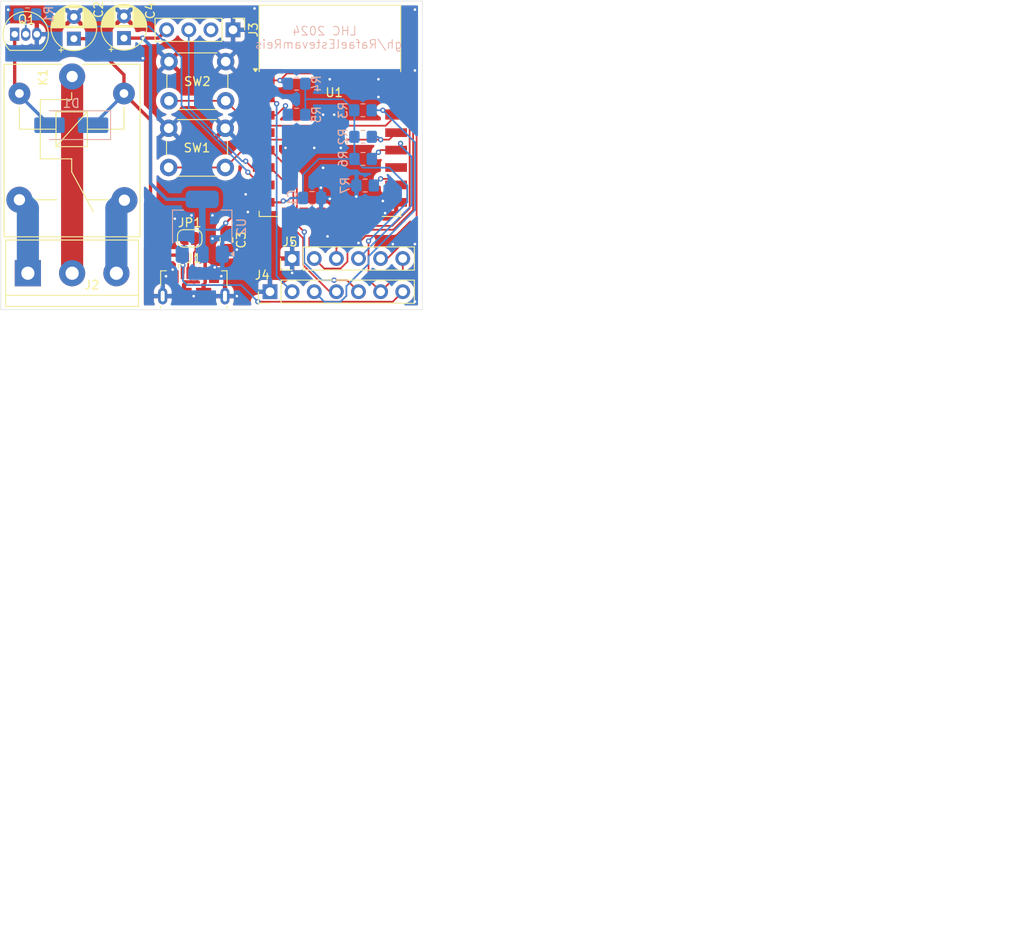
<source format=kicad_pcb>
(kicad_pcb (version 20240108) (generator "pcbnew") (generator_version "8.0")
  (layers (0 "F.Cu" signal) (31 "B.Cu" signal) (34 "B.Paste" user) (35 "F.Paste" user) (36 "B.SilkS" user "B.Silkscreen") (37 "F.SilkS" user "F.Silkscreen") (38 "B.Mask" user) (39 "F.Mask" user) (44 "Edge.Cuts" user))
  (net 0 "")
  (net 1 "GND")
  (net 2 "+3V3")
  (net 3 "+5V")
  (net 5 "/D+")
  (net 6 "/D-")
  (net 7 "/IO_00")
  (net 8 "/RX")
  (net 9 "/TX")
  (net 11 "/IO_12")
  (net 12 "/NO")
  (net 13 "/NC")
  (net 14 "/COM")
  (net 15 "/IO_14")
  (net 16 "/IO_05")
  (net 17 "/ADC")
  (net 18 "/RL_COIL")
  (net 19 "Net-(Q1-B)")
  (net 20 "/RESET")
  (net 21 "/CH_PD")
  (net 22 "/IO_15")
  (net 23 "/IO_04")
  (net 24 "/IO_13")
  (footprint "Connector_PinHeader_2.54mm:PinHeader_1x04_P2.54mm_Vertical" (layer "F.Cu") (at 126.818 88.556 -90)
    (property "Reference" "J3" (at 0 -2.33 90) (layer "F.SilkS"))
    (property "Value" "DHT")
    (pad "1" thru_hole rect (at 0 0 270) (size 1.7 1.7) (drill 1) (layers "*.Cu" "*.Mask") (net 1 "GND"))
    (pad "2" thru_hole oval (at 0 2.54 270) (size 1.7 1.7) (drill 1) (layers "*.Cu" "*.Mask"))
    (pad "3" thru_hole oval (at 0 5.08 270) (size 1.7 1.7) (drill 1) (layers "*.Cu" "*.Mask") (net 11 "/IO_12"))
    (pad "4" thru_hole oval (at 0 7.62 270) (size 1.7 1.7) (drill 1) (layers "*.Cu" "*.Mask") (net 2 "+3V3"))
  )
  (footprint "TerminalBlock:TerminalBlock_bornier-3_P5.08mm" (layer "F.Cu") (at 103.268 116.496)
    (property "Reference" "J2" (at 7.349 1.36 0) (layer "F.SilkS"))
    (property "Value" "Cnn_RL")
    (pad "1" thru_hole rect (at 0 0) (size 3 3) (drill 1.52) (layers "*.Cu" "*.Mask") (net 12 "/NO"))
    (pad "2" thru_hole circle (at 5.08 0) (size 3 3) (drill 1.52) (layers "*.Cu" "*.Mask") (net 14 "/COM"))
    (pad "3" thru_hole circle (at 10.16 0) (size 3 3) (drill 1.52) (layers "*.Cu" "*.Mask") (net 13 "/NC"))
  )
  (footprint "Button_Switch_THT:SW_PUSH_6mm" (layer "F.Cu") (at 125.932 104.358 180)
    (property "Reference" "SW1" (at 3.25 2.25 180) (layer "F.SilkS"))
    (property "Value" "BTN1")
    (pad "1" thru_hole circle (at 0 0 270) (size 2 2) (drill 1.1) (layers "*.Cu" "*.Mask") (net 23 "/IO_04"))
    (pad "1" thru_hole circle (at 6.5 0 270) (size 2 2) (drill 1.1) (layers "*.Cu" "*.Mask") (net 23 "/IO_04"))
    (pad "2" thru_hole circle (at 0 4.5 270) (size 2 2) (drill 1.1) (layers "*.Cu" "*.Mask") (net 1 "GND"))
    (pad "2" thru_hole circle (at 6.5 4.5 270) (size 2 2) (drill 1.1) (layers "*.Cu" "*.Mask") (net 1 "GND"))
  )
  (footprint "Relay_THT:Relay_SPDT_SANYOU_SRD_Series_Form_C" (layer "F.Cu") (at 108.348 93.914 -90)
    (property "Reference" "K1" (at 0.086 3.348 90) (layer "F.SilkS"))
    (property "Value" "RL1")
    (pad "1" thru_hole circle (at 0 0) (size 3 3) (drill 1.3) (layers "*.Cu" "*.Mask") (net 14 "/COM") (clearance 0.762))
    (pad "2" thru_hole circle (at 1.95 6.05) (size 2.5 2.5) (drill 1) (layers "*.Cu" "*.Mask") (net 18 "/RL_COIL"))
    (pad "3" thru_hole circle (at 14.15 6.05) (size 3 3) (drill 1.3) (layers "*.Cu" "*.Mask") (net 12 "/NO"))
    (pad "4" thru_hole circle (at 14.2 -6) (size 3 3) (drill 1.3) (layers "*.Cu" "*.Mask") (net 13 "/NC") (clearance 0.762))
    (pad "5" thru_hole circle (at 1.95 -5.95) (size 2.5 2.5) (drill 1) (layers "*.Cu" "*.Mask") (net 3 "+5V"))
  )
  (footprint "Capacitor_THT:CP_Radial_D5.0mm_P2.50mm" (layer "F.Cu") (at 114.3 89.507113 90)
    (property "Reference" "C4" (at 3.147113 3.020885 -90) (layer "F.SilkS"))
    (property "Value" "100uF")
    (pad "1" thru_hole rect (at 0 0 90) (size 1.6 1.6) (drill 0.8) (layers "*.Cu" "*.Mask") (net 2 "+3V3"))
    (pad "2" thru_hole circle (at 2.5 0 90) (size 1.6 1.6) (drill 0.8) (layers "*.Cu" "*.Mask") (net 1 "GND"))
  )
  (footprint "Connector_USB:USB_Micro-B_GCT_USB3076-30-A" (layer "F.Cu") (at 122.319 117.926)
    (property "Reference" "J1" (at 0 -3.118 0) (layer "F.SilkS"))
    (property "Value" "USB_B_Micro")
    (pad "1" smd rect (at -1.3 -1.45) (size 0.4 1.4) (layers "F.Cu" "F.Paste" "F.Mask") (net 3 "+5V"))
    (pad "2" smd rect (at -0.65 -1.45) (size 0.4 1.4) (layers "F.Cu" "F.Paste" "F.Mask") (net 6 "/D-"))
    (pad "3" smd rect (at 0 -1.45) (size 0.4 1.4) (layers "F.Cu" "F.Paste" "F.Mask") (net 5 "/D+"))
    (pad "4" smd rect (at 0.65 -1.45) (size 0.4 1.4) (layers "F.Cu" "F.Paste" "F.Mask"))
    (pad "5" smd rect (at 1.3 -1.45) (size 0.4 1.4) (layers "F.Cu" "F.Paste" "F.Mask") (net 1 "GND"))
    (pad "6" thru_hole oval (at -3.575 1.2 180) (size 1.05 1.9) (drill oval 0.45 1.25) (layers "*.Cu" "*.Mask") (net 1 "GND"))
    (pad "6" smd rect (at -2.32 -1.03) (size 1.15 1.45) (layers "F.Cu" "F.Paste" "F.Mask") (net 1 "GND"))
    (pad "6" smd rect (at -1.125 1.2) (size 1.75 1.9) (layers "F.Cu" "F.Paste" "F.Mask") (net 1 "GND"))
    (pad "6" smd rect (at 1.125 1.2) (size 1.75 1.9) (layers "F.Cu" "F.Paste" "F.Mask") (net 1 "GND"))
    (pad "6" smd rect (at 2.32 -1.03) (size 1.15 1.45) (layers "F.Cu" "F.Paste" "F.Mask") (net 1 "GND"))
    (pad "6" thru_hole oval (at 3.575 1.2) (size 1.05 1.9) (drill oval 0.45 1.25) (layers "*.Cu" "*.Mask") (net 1 "GND"))
  )
  (footprint "RF_Module:ESP-12E" (layer "F.Cu") (at 137.942 97.862)
    (property "Reference" "U1" (at 0.488 -2.104 0) (layer "F.SilkS"))
    (property "Value" "ESP-12E")
    (pad "1" smd rect (at -7.6 -3.5) (size 2.5 1) (layers "F.Cu" "F.Paste" "F.Mask") (net 20 "/RESET"))
    (pad "2" smd rect (at -7.6 -1.5) (size 2.5 1) (layers "F.Cu" "F.Paste" "F.Mask") (net 17 "/ADC"))
    (pad "3" smd rect (at -7.6 0.5) (size 2.5 1) (layers "F.Cu" "F.Paste" "F.Mask") (net 21 "/CH_PD"))
    (pad "4" smd rect (at -7.6 2.5) (size 2.5 1) (layers "F.Cu" "F.Paste" "F.Mask"))
    (pad "5" smd rect (at -7.6 4.5) (size 2.5 1) (layers "F.Cu" "F.Paste" "F.Mask") (net 15 "/IO_14"))
    (pad "6" smd rect (at -7.6 6.5) (size 2.5 1) (layers "F.Cu" "F.Paste" "F.Mask") (net 11 "/IO_12"))
    (pad "7" smd rect (at -7.6 8.5) (size 2.5 1) (layers "F.Cu" "F.Paste" "F.Mask") (net 24 "/IO_13"))
    (pad "8" smd rect (at -7.6 10.5) (size 2.5 1) (layers "F.Cu" "F.Paste" "F.Mask") (net 2 "+3V3"))
    (pad "9" smd rect (at -5 12) (size 1 1.8) (layers "F.Cu" "F.Paste" "F.Mask"))
    (pad "10" smd rect (at -3 12) (size 1 1.8) (layers "F.Cu" "F.Paste" "F.Mask"))
    (pad "11" smd rect (at -1 12) (size 1 1.8) (layers "F.Cu" "F.Paste" "F.Mask"))
    (pad "12" smd rect (at 1 12) (size 1 1.8) (layers "F.Cu" "F.Paste" "F.Mask"))
    (pad "13" smd rect (at 3 12) (size 1 1.8) (layers "F.Cu" "F.Paste" "F.Mask"))
    (pad "14" smd rect (at 5 12) (size 1 1.8) (layers "F.Cu" "F.Paste" "F.Mask"))
    (pad "15" smd rect (at 7.6 10.5) (size 2.5 1) (layers "F.Cu" "F.Paste" "F.Mask") (net 1 "GND"))
    (pad "16" smd rect (at 7.6 8.5) (size 2.5 1) (layers "F.Cu" "F.Paste" "F.Mask") (net 22 "/IO_15"))
    (pad "17" smd rect (at 7.6 6.5) (size 2.5 1) (layers "F.Cu" "F.Paste" "F.Mask"))
    (pad "18" smd rect (at 7.6 4.5) (size 2.5 1) (layers "F.Cu" "F.Paste" "F.Mask") (net 7 "/IO_00"))
    (pad "19" smd rect (at 7.6 2.5) (size 2.5 1) (layers "F.Cu" "F.Paste" "F.Mask") (net 23 "/IO_04"))
    (pad "20" smd rect (at 7.6 0.5) (size 2.5 1) (layers "F.Cu" "F.Paste" "F.Mask") (net 16 "/IO_05"))
    (pad "21" smd rect (at 7.6 -1.5) (size 2.5 1) (layers "F.Cu" "F.Paste" "F.Mask") (net 8 "/RX"))
    (pad "22" smd rect (at 7.6 -3.5) (size 2.5 1) (layers "F.Cu" "F.Paste" "F.Mask") (net 9 "/TX"))
    (zone (net 0) (net_name "") (layers "*.Cu") (connect_pads (clearance 0)) (min_thickness 0.254)
      (keepout (tracks not_allowed) (vias not_allowed) (pads not_allowed) (copperpour not_allowed) (footprints not_allowed))
      (fill (thermal_gap 0.508) (thermal_bridge_width 0.508))
      (polygon (pts (xy 129.822 93.062) (xy 146.062 93.062) (xy 146.062 85.742) (xy 129.822 85.742)))
    )
  )
  (footprint "Jumper:SolderJumper-2_P1.3mm_Open_RoundedPad1.0x1.5mm" (layer "F.Cu") (at 121.85 112.5)
    (property "Reference" "JP1" (at 0 -1.8 0) (layer "F.SilkS"))
    (property "Value" "Jumper")
    (pad "1" smd custom (at -0.65 0) (size 1 0.5) (layers "F.Cu" "F.Mask") (net 6 "/D-") (options (clearance outline) (anchor rect)) (primitives (gr_circle (center 0 0.25) (end 0.5 0.25) (width 0) (fill yes)) (gr_circle (center 0 -0.25) (end 0.5 -0.25) (width 0) (fill yes)) (gr_poly (pts (xy 0.5 0.75) (xy 0 0.75) (xy 0 -0.75) (xy 0.5 -0.75)) (width 0) (fill yes))))
    (pad "2" smd custom (at 0.65 0) (size 1 0.5) (layers "F.Cu" "F.Mask") (net 5 "/D+") (options (clearance outline) (anchor rect)) (primitives (gr_circle (center 0 0.25) (end 0.5 0.25) (width 0) (fill yes)) (gr_circle (center 0 -0.25) (end 0.5 -0.25) (width 0) (fill yes)) (gr_poly (pts (xy 0 0.75) (xy -0.5 0.75) (xy -0.5 -0.75) (xy 0 -0.75)) (width 0) (fill yes))))
  )
  (footprint "Package_TO_SOT_THT:TO-92_Inline" (layer "F.Cu") (at 101.754113 89.064)
    (property "Reference" "Q1" (at 1.369887 -1.688 0) (layer "F.SilkS"))
    (property "Value" "BC547")
    (pad "1" thru_hole rect (at 0 0) (size 1.05 1.5) (drill 0.75) (layers "*.Cu" "*.Mask") (net 18 "/RL_COIL"))
    (pad "2" thru_hole oval (at 1.27 0) (size 1.05 1.5) (drill 0.75) (layers "*.Cu" "*.Mask") (net 19 "Net-(Q1-B)"))
    (pad "3" thru_hole oval (at 2.54 0) (size 1.05 1.5) (drill 0.75) (layers "*.Cu" "*.Mask") (net 1 "GND"))
  )
  (footprint "Connector_PinHeader_2.54mm:PinHeader_1x07_P2.54mm_Vertical" (layer "F.Cu") (at 131.064 118.618 90)
    (property "Reference" "J4" (at 1.905 -0.889 180) (layer "F.SilkS"))
    (property "Value" "IO")
    (pad "1" thru_hole rect (at 0 0 90) (size 1.7 1.7) (drill 1) (layers "*.Cu" "*.Mask") (net 1 "GND"))
    (pad "2" thru_hole oval (at 0 2.54 90) (size 1.7 1.7) (drill 1) (layers "*.Cu" "*.Mask") (net 17 "/ADC"))
    (pad "3" thru_hole oval (at 0 5.08 90) (size 1.7 1.7) (drill 1) (layers "*.Cu" "*.Mask") (net 16 "/IO_05"))
    (pad "4" thru_hole oval (at 0 7.62 90) (size 1.7 1.7) (drill 1) (layers "*.Cu" "*.Mask") (net 11 "/IO_12"))
    (pad "5" thru_hole oval (at 0 10.16 90) (size 1.7 1.7) (drill 1) (layers "*.Cu" "*.Mask") (net 15 "/IO_14"))
    (pad "6" thru_hole oval (at 0 12.7 90) (size 1.7 1.7) (drill 1) (layers "*.Cu" "*.Mask") (net 2 "+3V3"))
    (pad "7" thru_hole oval (at 0 15.24 90) (size 1.7 1.7) (drill 1) (layers "*.Cu" "*.Mask") (net 3 "+5V"))
  )
  (footprint "Capacitor_THT:CP_Radial_D5.0mm_P2.50mm" (layer "F.Cu") (at 108.55 89.572 90)
    (property "Reference" "C2" (at 3.339 2.829 -90) (layer "F.SilkS"))
    (property "Value" "100uF")
    (pad "1" thru_hole rect (at 0 0 90) (size 1.6 1.6) (drill 0.8) (layers "*.Cu" "*.Mask") (net 3 "+5V"))
    (pad "2" thru_hole circle (at 2.5 0 90) (size 1.6 1.6) (drill 0.8) (layers "*.Cu" "*.Mask") (net 1 "GND"))
  )
  (footprint "Button_Switch_THT:SW_PUSH_6mm" (layer "F.Cu") (at 119.472 92.202)
    (property "Reference" "SW2" (at 3.25 2.286 0) (layer "F.SilkS"))
    (property "Value" "BTN2")
    (pad "1" thru_hole circle (at 0 0 90) (size 2 2) (drill 1.1) (layers "*.Cu" "*.Mask") (net 1 "GND"))
    (pad "1" thru_hole circle (at 6.5 0 90) (size 2 2) (drill 1.1) (layers "*.Cu" "*.Mask") (net 1 "GND"))
    (pad "2" thru_hole circle (at 0 4.5 90) (size 2 2) (drill 1.1) (layers "*.Cu" "*.Mask") (net 16 "/IO_05"))
    (pad "2" thru_hole circle (at 6.5 4.5 90) (size 2 2) (drill 1.1) (layers "*.Cu" "*.Mask") (net 16 "/IO_05"))
  )
  (footprint "Capacitor_SMD:C_0805_2012Metric_Pad1.18x1.45mm_HandSolder" (layer "F.Cu") (at 126.076 112.686 -90)
    (property "Reference" "C3" (at 0 -1.68 90) (layer "F.SilkS"))
    (property "Value" "10uF")
    (pad "1" smd roundrect (at -1.0375 0 270) (size 1.175 1.45) (layers "F.Cu" "F.Paste" "F.Mask") (roundrect_rratio 0.2127659574) (net 2 "+3V3"))
    (pad "2" smd roundrect (at 1.0375 0 270) (size 1.175 1.45) (layers "F.Cu" "F.Paste" "F.Mask") (roundrect_rratio 0.2127659574) (net 1 "GND"))
  )
  (footprint "Connector_PinHeader_2.54mm:PinHeader_1x06_P2.54mm_Vertical" (layer "F.Cu") (at 133.604 114.808 90)
    (property "Reference" "J5" (at 1.905 -0.254 180) (layer "F.SilkS"))
    (property "Value" "PGM")
    (pad "1" thru_hole rect (at 0 0 90) (size 1.7 1.7) (drill 1) (layers "*.Cu" "*.Mask") (net 1 "GND"))
    (pad "2" thru_hole oval (at 0 2.54 90) (size 1.7 1.7) (drill 1) (layers "*.Cu" "*.Mask") (net 9 "/TX"))
    (pad "3" thru_hole oval (at 0 5.08 90) (size 1.7 1.7) (drill 1) (layers "*.Cu" "*.Mask") (net 8 "/RX"))
    (pad "4" thru_hole oval (at 0 7.62 90) (size 1.7 1.7) (drill 1) (layers "*.Cu" "*.Mask") (net 7 "/IO_00"))
    (pad "5" thru_hole oval (at 0 10.16 90) (size 1.7 1.7) (drill 1) (layers "*.Cu" "*.Mask") (net 20 "/RESET"))
    (pad "6" thru_hole oval (at 0 12.7 90) (size 1.7 1.7) (drill 1) (layers "*.Cu" "*.Mask") (net 2 "+3V3"))
  )
  (footprint "Diode_SMD:D_SMA_Handsoldering" (layer "B.Cu") (at 108.25 99.5 180)
    (property "Reference" "D1" (at 0 2.5 180) (layer "B.SilkS") (effects (justify mirror)))
    (property "Value" "1N4001")
    (pad "1" smd roundrect (at -2.5 0 180) (size 3.5 1.8) (layers "B.Cu" "B.Paste" "B.Mask") (roundrect_rratio 0.1388888889) (net 3 "+5V"))
    (pad "2" smd roundrect (at 2.5 0 180) (size 3.5 1.8) (layers "B.Cu" "B.Paste" "B.Mask") (roundrect_rratio 0.1388888889) (net 18 "/RL_COIL"))
  )
  (footprint "Capacitor_SMD:C_0805_2012Metric_Pad1.18x1.45mm_HandSolder" (layer "B.Cu") (at 135.89 107.86)
    (property "Reference" "C1" (at -2.286 0 90) (layer "B.SilkS") (effects (justify mirror)))
    (property "Value" "10uF")
    (pad "1" smd roundrect (at -1.0375 0) (size 1.175 1.45) (layers "B.Cu" "B.Paste" "B.Mask") (roundrect_rratio 0.2127659574) (net 2 "+3V3"))
    (pad "2" smd roundrect (at 1.0375 0) (size 1.175 1.45) (layers "B.Cu" "B.Paste" "B.Mask") (roundrect_rratio 0.2127659574) (net 1 "GND"))
  )
  (footprint "Resistor_SMD:R_0805_2012Metric_Pad1.20x1.40mm_HandSolder" (layer "B.Cu") (at 141.748 103.378)
    (property "Reference" "R6" (at -2.286 0 90) (layer "B.SilkS") (effects (justify mirror)))
    (property "Value" "10k")
    (pad "1" smd roundrect (at -1 0) (size 1.2 1.4) (layers "B.Cu" "B.Paste" "B.Mask") (roundrect_rratio 0.2083333333) (net 2 "+3V3"))
    (pad "2" smd roundrect (at 1 0) (size 1.2 1.4) (layers "B.Cu" "B.Paste" "B.Mask") (roundrect_rratio 0.2083333333) (net 7 "/IO_00"))
  )
  (footprint "Resistor_SMD:R_0805_2012Metric_Pad1.20x1.40mm_HandSolder" (layer "B.Cu") (at 141.748 100.838)
    (property "Reference" "R2" (at -2.302 0 90) (layer "B.SilkS") (effects (justify mirror)))
    (property "Value" "10k")
    (pad "1" smd roundrect (at -1 0) (size 1.2 1.4) (layers "B.Cu" "B.Paste" "B.Mask") (roundrect_rratio 0.2083333333) (net 2 "+3V3"))
    (pad "2" smd roundrect (at 1 0) (size 1.2 1.4) (layers "B.Cu" "B.Paste" "B.Mask") (roundrect_rratio 0.2083333333) (net 23 "/IO_04"))
  )
  (footprint "Resistor_SMD:R_0805_2012Metric_Pad1.20x1.40mm_HandSolder" (layer "B.Cu") (at 141.732 97.79 180)
    (property "Reference" "R3" (at 2.286 0 -90) (layer "B.SilkS") (effects (justify mirror)))
    (property "Value" "10k")
    (pad "1" smd roundrect (at -1 0 180) (size 1.2 1.4) (layers "B.Cu" "B.Paste" "B.Mask") (roundrect_rratio 0.2083333333) (net 16 "/IO_05"))
    (pad "2" smd roundrect (at 1 0 180) (size 1.2 1.4) (layers "B.Cu" "B.Paste" "B.Mask") (roundrect_rratio 0.2083333333) (net 2 "+3V3"))
  )
  (footprint "Package_TO_SOT_SMD:SOT-223-3_TabPin2" (layer "B.Cu") (at 123.282 111.162 90)
    (property "Reference" "U2" (at 0 4.5 -90) (layer "B.SilkS") (effects (justify mirror)))
    (property "Value" "AMS1117-3.3")
    (pad "1" smd roundrect (at -3.15 2.3 90) (size 2 1.5) (layers "B.Cu" "B.Paste" "B.Mask") (net 1 "GND"))
    (pad "2" smd roundrect (at -3.15 0 90) (size 2 1.5) (layers "B.Cu" "B.Paste" "B.Mask") (net 2 "+3V3"))
    (pad "2" smd roundrect (at 3.15 0 90) (size 2 3.8) (layers "B.Cu" "B.Paste" "B.Mask") (net 2 "+3V3"))
    (pad "3" smd roundrect (at -3.15 -2.3 90) (size 2 1.5) (layers "B.Cu" "B.Paste" "B.Mask") (net 3 "+5V"))
  )
  (footprint "Resistor_SMD:R_0805_2012Metric_Pad1.20x1.40mm_HandSolder" (layer "B.Cu") (at 103.216 86.778 180)
    (property "Reference" "R1" (at -2.448 0 -90) (layer "B.SilkS") (effects (justify mirror)))
    (property "Value" "2k")
    (pad "1" smd roundrect (at -1 0 180) (size 1.2 1.4) (layers "B.Cu" "B.Paste" "B.Mask") (roundrect_rratio 0.2083333333) (net 24 "/IO_13"))
    (pad "2" smd roundrect (at 1 0 180) (size 1.2 1.4) (layers "B.Cu" "B.Paste" "B.Mask") (roundrect_rratio 0.2083333333) (net 19 "Net-(Q1-B)"))
  )
  (footprint "Resistor_SMD:R_0805_2012Metric_Pad1.20x1.40mm_HandSolder" (layer "B.Cu") (at 134.112 98.298 180)
    (property "Reference" "R5" (at -2.286 0 -90) (layer "B.SilkS") (effects (justify mirror)))
    (property "Value" "10k")
    (pad "1" smd roundrect (at -1 0 180) (size 1.2 1.4) (layers "B.Cu" "B.Paste" "B.Mask") (roundrect_rratio 0.2083333333) (net 2 "+3V3"))
    (pad "2" smd roundrect (at 1 0 180) (size 1.2 1.4) (layers "B.Cu" "B.Paste" "B.Mask") (roundrect_rratio 0.2083333333) (net 21 "/CH_PD"))
  )
  (footprint "Resistor_SMD:R_0805_2012Metric_Pad1.20x1.40mm_HandSolder" (layer "B.Cu") (at 134.112 94.742 180)
    (property "Reference" "R4" (at -2.286 0 -90) (layer "B.SilkS") (effects (justify mirror)))
    (property "Value" "10k")
    (pad "1" smd roundrect (at -1 0 180) (size 1.2 1.4) (layers "B.Cu" "B.Paste" "B.Mask") (roundrect_rratio 0.2083333333) (net 2 "+3V3"))
    (pad "2" smd roundrect (at 1 0 180) (size 1.2 1.4) (layers "B.Cu" "B.Paste" "B.Mask") (roundrect_rratio 0.2083333333) (net 20 "/RESET"))
  )
  (footprint "Resistor_SMD:R_0805_2012Metric_Pad1.20x1.40mm_HandSolder" (layer "B.Cu") (at 141.986 106.426 180)
    (property "Reference" "R7" (at 2.302 0 -90) (layer "B.SilkS") (effects (justify mirror)))
    (property "Value" "10k")
    (pad "1" smd roundrect (at -1 0 180) (size 1.2 1.4) (layers "B.Cu" "B.Paste" "B.Mask") (roundrect_rratio 0.2083333333) (net 22 "/IO_15"))
    (pad "2" smd roundrect (at 1 0 180) (size 1.2 1.4) (layers "B.Cu" "B.Paste" "B.Mask") (roundrect_rratio 0.2083333333) (net 1 "GND"))
  )
  (gr_rect (start 100.168 85.254) (end 148.555 120.687) (stroke (width 0.05)) (fill none) (layer "Edge.Cuts"))
  (gr_text "gh/RafaelEstevamReis" (at 146.304 90.805 0) (layer "B.SilkS") (effects (font (size 1 1) (thickness 0.1)) (justify left bottom mirror)))
  (gr_text "LHC 2024" (at 141.097 89.281 0) (layer "B.SilkS") (effects (font (size 1 1) (thickness 0.1)) (justify left bottom mirror)))
  (segment (start 141.224 113.03) (end 142.04453 112.20947) (width 0.2) (layer "F.Cu") (net 1))
  (segment (start 144.21347 112.20947) (end 145.161 113.157) (width 0.2) (layer "F.Cu") (net 1))
  (segment (start 142.04453 112.20947) (end 144.21347 112.20947) (width 0.2) (layer "F.Cu") (net 1))
  (segment (start 119.999 116.189) (end 119.888 116.078) (width 0.2) (layer "F.Cu") (net 1))
  (via (at 133.604 113.03) (size 0.6) (drill 0.3) (layers "F.Cu" "B.Cu") (net 1))
  (via (at 140.97 107.696) (size 0.6) (drill 0.3) (layers "F.Cu" "B.Cu") (net 1))
  (via (at 137.922 94.234) (size 0.6) (drill 0.3) (layers "F.Cu" "B.Cu") (net 1))
  (via (at 138.43 98.298) (size 0.6) (drill 0.3) (layers "F.Cu" "B.Cu") (net 1))
  (via (at 129.286 86.106) (size 0.6) (drill 0.3) (layers "F.Cu" "B.Cu") (net 1))
  (via (at 116.459 91.821) (size 0.6) (drill 0.3) (layers "F.Cu" "B.Cu") (net 1))
  (via (at 119.888 116.078) (size 0.6) (drill 0.3) (layers "F.Cu" "B.Cu") (net 1))
  (via (at 147.701 113.157) (size 0.6) (drill 0.3) (layers "F.Cu" "B.Cu") (net 1))
  (via (at 124.46 112.522) (size 0.6) (drill 0.3) (layers "F.Cu" "B.Cu") (net 1))
  (via (at 128.524 109.474) (size 0.6) (drill 0.3) (layers "F.Cu" "B.Cu") (net 1))
  (via (at 122.047 109.855) (size 0.6) (drill 0.3) (layers "F.Cu" "B.Cu") (net 1))
  (via (at 128.27 107.442) (size 0.6) (drill 0.3) (layers "F.Cu" "B.Cu") (net 1))
  (via (at 144.272 109.601) (size 0.6) (drill 0.3) (layers "F.Cu" "B.Cu") (net 1))
  (via (at 137.668 112.268) (size 0.6) (drill 0.3) (layers "F.Cu" "B.Cu") (net 1))
  (via (at 139.192 102.108) (size 0.6) (drill 0.3) (layers "F.Cu" "B.Cu") (net 1))
  (via (at 137.16 104.394) (size 0.6) (drill 0.3) (layers "F.Cu" "B.Cu") (net 1))
  (via (at 144.018 108.204) (size 0.6) (drill 0.3) (layers "F.Cu" "B.Cu") (net 1))
  (via (at 136.906 106.68) (size 0.6) (drill 0.3) (layers "F.Cu" "B.Cu") (net 1))
  (via (at 133.604 116.459) (size 0.6) (drill 0.3) (layers "F.Cu" "B.Cu") (net 1))
  (via (at 145.161 113.157) (size 0.6) (drill 0.3) (layers "F.Cu" "B.Cu") (net 1))
  (via (at 127.254 113.792) (size 0.6) (drill 0.3) (layers "F.Cu" "B.Cu") (net 1))
  (via (at 143.51 96.266) (size 0.6) (drill 0.3) (layers "F.Cu" "B.Cu") (net 1))
  (via (at 136.144 102.108) (size 0.6) (drill 0.3) (layers "F.Cu" "B.Cu") (net 1))
  (via (at 122.301 119.126) (size 0.6) (drill 0.3) (layers "F.Cu" "B.Cu") (net 1))
  (via (at 119.126 116.84) (size 0.6) (drill 0.3) (layers "F.Cu" "B.Cu") (net 1))
  (via (at 147.701 86.233) (size 0.6) (drill 0.3) (layers "F.Cu" "B.Cu") (net 1))
  (via (at 137.16 98.298) (size 0.6) (drill 0.3) (layers "F.Cu" "B.Cu") (net 1))
  (via (at 147.701 93.218) (size 0.6) (drill 0.3) (layers "F.Cu" "B.Cu") (net 1))
  (via (at 127.254 119.126) (size 0.6) (drill 0.3) (layers "F.Cu" "B.Cu") (net 1))
  (via (at 143.51 94.234) (size 0.6) (drill 0.3) (layers "F.Cu" "B.Cu") (net 1))
  (via (at 101 86.25) (size 0.6) (drill 0.3) (layers "F.Cu" "B.Cu") (net 1))
  (via (at 120.142 110.236) (size 0.6) (drill 0.3) (layers "F.Cu" "B.Cu") (net 1))
  (via (at 141.224 113.03) (size 0.6) (drill 0.3) (layers "F.Cu" "B.Cu") (net 1))
  (via (at 124.46 109.855) (size 0.6) (drill 0.3) (layers "F.Cu" "B.Cu") (net 1))
  (via (at 124.714 115.824) (size 0.6) (drill 0.3) (layers "F.Cu" "B.Cu") (net 1))
  (via (at 147.701 119.761) (size 0.6) (drill 0.3) (layers "F.Cu" "B.Cu") (net 1))
  (via (at 132.842 102.108) (size 0.6) (drill 0.3) (layers "F.Cu" "B.Cu") (net 1))
  (via (at 106.299 86.741) (size 0.6) (drill 0.3) (layers "F.Cu" "B.Cu") (net 1))
  (via (at 137.922 107.95) (size 0.6) (drill 0.3) (layers "F.Cu" "B.Cu") (net 1))
  (via (at 125.476 116.84) (size 0.6) (drill 0.3) (layers "F.Cu" "B.Cu") (net 1))
  (segment (start 128.366 108.362) (end 125.984 110.744) (width 0.254) (layer "F.Cu") (net 2))
  (segment (start 132.43 108.362) (end 132.588 108.204) (width 0.254) (layer "F.Cu") (net 2))
  (segment (start 118.246887 89.507113) (end 119.198 88.556) (width 0.381) (layer "F.Cu") (net 2))
  (segment (start 125.984 110.744) (end 125.984 111.5565) (width 0.254) (layer "F.Cu") (net 2))
  (segment (start 130.342 108.362) (end 132.43 108.362) (width 0.254) (layer "F.Cu") (net 2))
  (segment (start 114.073115 89.507113) (end 116.459 89.507113) (width 0.381) (layer "F.Cu") (net 2))
  (segment (start 125.984 111.5565) (end 126.076 111.6485) (width 0.254) (layer "F.Cu") (net 2))
  (segment (start 116.459 89.507113) (end 118.246887 89.507113) (width 0.381) (layer "F.Cu") (net 2))
  (segment (start 142.374 112.80947) (end 142.374 117.228) (width 0.2) (layer "F.Cu") (net 2))
  (segment (start 143.764 118.618) (end 146.304 116.078) (width 0.2) (layer "F.Cu") (net 2))
  (segment (start 130.342 108.362) (end 128.366 108.362) (width 0.254) (layer "F.Cu") (net 2))
  (segment (start 146.304 116.078) (end 146.304 114.808) (width 0.2) (layer "F.Cu") (net 2))
  (segment (start 142.374 117.228) (end 143.764 118.618) (width 0.2) (layer "F.Cu") (net 2))
  (via (at 125.984 110.744) (size 0.6) (drill 0.3) (layers "F.Cu" "B.Cu") (net 2))
  (via (at 116.459 89.507113) (size 0.6) (drill 0.3) (layers "F.Cu" "B.Cu") (net 2))
  (via (at 132.588 108.204) (size 0.6) (drill 0.3) (layers "F.Cu" "B.Cu") (net 2))
  (via (at 142.374 112.80947) (size 0.6) (drill 0.3) (layers "F.Cu" "B.Cu") (net 2))
  (segment (start 140.732 97.79) (end 139.462 96.52) (width 0.2) (layer "B.Cu") (net 2))
  (segment (start 146.812 106.426) (end 144.764 104.378) (width 0.2) (layer "B.Cu") (net 2))
  (segment (start 134.874 105.664) (end 134.8525 105.6855) (width 0.2) (layer "B.Cu") (net 2))
  (segment (start 141.748 104.378) (end 140.748 103.378) (width 0.2) (layer "B.Cu") (net 2))
  (segment (start 133.44 107.86) (end 134.8525 107.86) (width 0.254) (layer "B.Cu") (net 2))
  (segment (start 136.652 103.378) (end 134.874 105.156) (width 0.2) (layer "B.Cu") (net 2))
  (segment (start 117.348 90.396113) (end 116.459 89.507113) (width 0.381) (layer "B.Cu") (net 2))
  (segment (start 133.096 108.204) (end 133.44 107.86) (width 0.254) (layer "B.Cu") (net 2))
  (segment (start 140.748 103.378) (end 136.652 103.378) (width 0.2) (layer "B.Cu") (net 2))
  (segment (start 119.188 108.012) (end 117.348 106.172) (width 0.381) (layer "B.Cu") (net 2))
  (segment (start 132.588 108.204) (end 133.096 108.204) (width 0.254) (layer "B.Cu") (net 2))
  (segment (start 135.112 96.52) (end 135.112 94.742) (width 0.2) (layer "B.Cu") (net 2))
  (segment (start 140.748 98.314) (end 140.732 98.298) (width 0.2) (layer "B.Cu") (net 2))
  (segment (start 146.812 108.37147) (end 146.812 106.426) (width 0.2) (layer "B.Cu") (net 2))
  (segment (start 123.282 111.506) (end 125.222 111.506) (width 0.254) (layer "B.Cu") (net 2))
  (segment (start 135.112 98.298) (end 135.112 96.52) (width 0.2) (layer "B.Cu") (net 2))
  (segment (start 134.874 105.156) (end 134.874 105.664) (width 0.2) (layer "B.Cu") (net 2))
  (segment (start 144.764 104.378) (end 141.748 104.378) (width 0.2) (layer "B.Cu") (net 2))
  (segment (start 142.374 112.80947) (end 146.812 108.37147) (width 0.2) (layer "B.Cu") (net 2))
  (segment (start 140.748 103.378) (end 140.748 97.806) (width 0.2) (layer "B.Cu") (net 2))
  (segment (start 123.282 108.012) (end 119.188 108.012) (width 0.381) (layer "B.Cu") (net 2))
  (segment (start 117.348 106.172) (end 117.348 90.396113) (width 0.381) (layer "B.Cu") (net 2))
  (segment (start 123.282 114.312) (end 123.282 111.506) (width 0.762) (layer "B.Cu") (net 2))
  (segment (start 134.8525 105.6855) (end 134.8525 107.86) (width 0.2) (layer "B.Cu") (net 2))
  (segment (start 123.282 111.506) (end 123.282 108.012) (width 0.762) (layer "B.Cu") (net 2))
  (segment (start 125.222 111.506) (end 125.984 110.744) (width 0.254) (layer "B.Cu") (net 2))
  (segment (start 139.462 96.52) (end 135.112 96.52) (width 0.2) (layer "B.Cu") (net 2))
  (segment (start 117.348 113.03) (end 117.348 98.914) (width 0.381) (layer "F.Cu") (net 3))
  (segment (start 121.069 115.214672) (end 121.069 115.57) (width 0.381) (layer "F.Cu") (net 3))
  (segment (start 114.3 93.726) (end 114.298 93.728) (width 0.381) (layer "F.Cu") (net 3))
  (segment (start 108.55 89.572) (end 110.146 89.572) (width 0.381) (layer "F.Cu") (net 3))
  (segment (start 146.304 118.618) (end 145.154 119.768) (width 0.2) (layer "F.Cu") (net 3))
  (segment (start 118.7405 114.4225) (end 117.348 113.03) (width 0.381) (layer "F.Cu") (net 3))
  (segment (start 145.154 119.768) (end 129.913 119.768) (width 0.2) (layer "F.Cu") (net 3))
  (segment (start 114.298 93.728) (end 114.298 95.864) (width 0.381) (layer "F.Cu") (net 3))
  (segment (start 121.069 115.57) (end 121.069 116.426) (width 0.381) (layer "F.Cu") (net 3))
  (segment (start 117.348 98.914) (end 114.298 95.864) (width 0.381) (layer "F.Cu") (net 3))
  (segment (start 129.674 119.768) (end 129.667 119.761) (width 0.2) (layer "F.Cu") (net 3))
  (segment (start 129.913 119.768) (end 129.674 119.768) (width 0.2) (layer "F.Cu") (net 3))
  (segment (start 110.146 89.572) (end 114.3 93.726) (width 0.381) (layer "F.Cu") (net 3))
  (segment (start 120.276828 114.4225) (end 121.069 115.214672) (width 0.381) (layer "F.Cu") (net 3))
  (segment (start 121.069 116.426) (end 121.019 116.476) (width 0.381) (layer "F.Cu") (net 3))
  (segment (start 120.276828 114.4225) (end 118.7405 114.4225) (width 0.381) (layer "F.Cu") (net 3))
  (via (at 121.069 115.57) (size 0.6) (drill 0.3) (layers "F.Cu" "B.Cu") (net 3))
  (via (at 129.667 119.761) (size 0.6) (drill 0.3) (layers "F.Cu" "B.Cu") (net 3))
  (segment (start 121.539 117.856) (end 121.069 117.386) (width 0.2) (layer "B.Cu") (net 3))
  (segment (start 127.763 117.857) (end 127.763 117.856) (width 0.2) (layer "B.Cu") (net 3))
  (segment (start 114.298 95.952) (end 114.298 95.864) (width 0.381) (layer "B.Cu") (net 3))
  (segment (start 127.763 117.856) (end 121.539 117.856) (width 0.2) (layer "B.Cu") (net 3))
  (segment (start 121.069 114.399) (end 120.982 114.312) (width 0.381) (layer "B.Cu") (net 3))
  (segment (start 121.069 115.57) (end 121.069 114.399) (width 0.381) (layer "B.Cu") (net 3))
  (segment (start 121.069 117.386) (end 121.069 115.57) (width 0.2) (layer "B.Cu") (net 3))
  (segment (start 110.75 99.5) (end 114.298 95.952) (width 0.381) (layer "B.Cu") (net 3))
  (segment (start 120.982 114.312) (end 121.074002 114.404002) (width 0.2) (layer "B.Cu") (net 3))
  (segment (start 129.667 119.761) (end 127.763 117.857) (width 0.2) (layer "B.Cu") (net 3))
  (segment (start 122.5 113.96) (end 122.319 114.141) (width 0.2) (layer "F.Cu") (net 5))
  (segment (start 122.5 112.5) (end 122.5 113.96) (width 0.2) (layer "F.Cu") (net 5))
  (segment (start 122.319 116.476) (end 122.319 114.141) (width 0.2) (layer "F.Cu") (net 5))
  (segment (start 121.2 113.7) (end 121.2 112.5) (width 0.2) (layer "F.Cu") (net 6))
  (segment (start 121.669 114.169) (end 121.2 113.7) (width 0.2) (layer "F.Cu") (net 6))
  (segment (start 121.669 116.476) (end 121.669 114.169) (width 0.2) (layer "F.Cu") (net 6))
  (segment (start 143.764 102.362) (end 143.51 102.616) (width 0.2) (layer "F.Cu") (net 7))
  (segment (start 146.05 101.854) (end 145.542 102.362) (width 0.2) (layer "F.Cu") (net 7))
  (segment (start 146.05 101.6) (end 146.05 101.854) (width 0.2) (layer "F.Cu") (net 7))
  (segment (start 145.542 102.362) (end 143.764 102.362) (width 0.2) (layer "F.Cu") (net 7))
  (via (at 146.05 101.6) (size 0.6) (drill 0.3) (layers "F.Cu" "B.Cu") (net 7))
  (via (at 143.51 102.616) (size 0.6) (drill 0.3) (layers "F.Cu" "B.Cu") (net 7))
  (segment (start 147.32 103.124) (end 146.05 101.854) (width 0.2) (layer "B.Cu") (net 7))
  (segment (start 141.224 114.808) (end 147.32 108.712) (width 0.2) (layer "B.Cu") (net 7))
  (segment (start 147.32 108.712) (end 147.32 103.124) (width 0.2) (layer "B.Cu") (net 7))
  (segment (start 143.51 102.616) (end 142.748 103.378) (width 0.2) (layer "B.Cu") (net 7))
  (segment (start 146.05 101.854) (end 146.05 101.6) (width 0.2) (layer "B.Cu") (net 7))
  (segment (start 141.224 111.062) (end 138.684 113.602) (width 0.2) (layer "F.Cu") (net 8))
  (segment (start 145.542 96.362) (end 146.654 96.362) (width 0.2) (layer "F.Cu") (net 8))
  (segment (start 146.654 96.362) (end 147.092 96.8) (width 0.2) (layer "F.Cu") (net 8))
  (segment (start 147.092 96.8) (end 147.092 109.067) (width 0.2) (layer "F.Cu") (net 8))
  (segment (start 138.684 113.602) (end 138.684 114.808) (width 0.2) (layer "F.Cu") (net 8))
  (segment (start 147.092 109.067) (end 145.097 111.062) (width 0.2) (layer "F.Cu") (net 8))
  (segment (start 145.097 111.062) (end 141.224 111.062) (width 0.2) (layer "F.Cu") (net 8))
  (segment (start 147.492 95.562) (end 147.492 109.232686) (width 0.2) (layer "F.Cu") (net 9))
  (segment (start 147.492 109.232686) (end 145.218686 111.506) (width 0.2) (layer "F.Cu") (net 9))
  (segment (start 146.292 94.362) (end 147.492 95.562) (width 0.2) (layer "F.Cu") (net 9))
  (segment (start 139.954 115.164346) (end 139.160346 115.958) (width 0.2) (layer "F.Cu") (net 9))
  (segment (start 139.954 113.03) (end 139.954 115.164346) (width 0.2) (layer "F.Cu") (net 9))
  (segment (start 139.160346 115.958) (end 137.294 115.958) (width 0.2) (layer "F.Cu") (net 9))
  (segment (start 145.542 94.362) (end 146.292 94.362) (width 0.2) (layer "F.Cu") (net 9))
  (segment (start 137.294 115.958) (end 136.144 114.808) (width 0.2) (layer "F.Cu") (net 9))
  (segment (start 145.218686 111.506) (end 141.478 111.506) (width 0.2) (layer "F.Cu") (net 9))
  (segment (start 141.478 111.506) (end 139.954 113.03) (width 0.2) (layer "F.Cu") (net 9))
  (segment (start 133.742 111.349529) (end 133.742 107.012) (width 0.2) (layer "F.Cu") (net 11))
  (segment (start 130.342 104.362) (end 129 104.362) (width 0.2) (layer "F.Cu") (net 11))
  (segment (start 129 104.362) (end 128.27 103.632) (width 0.2) (layer "F.Cu") (net 11))
  (segment (start 137.922 118.618) (end 134.874 115.57) (width 0.2) (layer "F.Cu") (net 11))
  (segment (start 134.874 112.481529) (end 133.742 111.349529) (width 0.2) (layer "F.Cu") (net 11))
  (segment (start 131.092 104.362) (end 130.342 104.362) (width 0.2) (layer "F.Cu") (net 11))
  (segment (start 133.742 107.012) (end 131.092 104.362) (width 0.2) (layer "F.Cu") (net 11))
  (segment (start 134.874 115.57) (end 134.874 112.481529) (width 0.2) (layer "F.Cu") (net 11))
  (segment (start 138.684 118.618) (end 137.922 118.618) (width 0.2) (layer "F.Cu") (net 11))
  (via (at 128.27 103.632) (size 0.6) (drill 0.3) (layers "F.Cu" "B.Cu") (net 11))
  (segment (start 121.738 97.502478) (end 121.738 88.556) (width 0.2) (layer "B.Cu") (net 11))
  (segment (start 127.867522 103.632) (end 121.738 97.502478) (width 0.2) (layer "B.Cu") (net 11))
  (segment (start 128.27 103.632) (end 127.867522 103.632) (width 0.2) (layer "B.Cu") (net 11))
  (segment (start 103.268 109.034) (end 102.298 108.064) (width 2.54) (layer "B.Cu") (net 12))
  (segment (start 103.268 116.496) (end 103.268 109.034) (width 2.54) (layer "B.Cu") (net 12))
  (segment (start 113.428 116.496) (end 113.428 109.034) (width 2.54) (layer "B.Cu") (net 13))
  (segment (start 113.428 109.034) (end 114.348 108.114) (width 2.54) (layer "B.Cu") (net 13))
  (segment (start 108.348 116.496) (end 108.348 93.914) (width 2.54) (layer "F.Cu") (net 14))
  (segment (start 139.900213 117.294213) (end 141.224 118.618) (width 0.2) (layer "F.Cu") (net 15))
  (segment (start 134.142 110.901) (end 134.142 105.412) (width 0.2) (layer "F.Cu") (net 15))
  (segment (start 138.419243 117.294213) (end 139.900213 117.294213) (width 0.2) (layer "F.Cu") (net 15))
  (segment (start 134.142 105.412) (end 131.092 102.362) (width 0.2) (layer "F.Cu") (net 15))
  (segment (start 131.092 102.362) (end 130.342 102.362) (width 0.2) (layer "F.Cu") (net 15))
  (segment (start 135.001 111.76) (end 134.142 110.901) (width 0.2) (layer "F.Cu") (net 15))
  (via (at 135.001 111.76) (size 0.6) (drill 0.3) (layers "F.Cu" "B.Cu") (net 15))
  (via (at 138.419243 117.294213) (size 0.6) (drill 0.3) (layers "F.Cu" "B.Cu") (net 15))
  (segment (start 135.001 113.185) (end 135.001 111.76) (width 0.2) (layer "B.Cu") (net 15))
  (segment (start 134.994 115.284346) (end 137.003867 117.294213) (width 0.2) (layer "B.Cu") (net 15))
  (segment (start 134.998265 113.187735) (end 134.994 113.192) (width 0.2) (layer "B.Cu") (net 15))
  (segment (start 134.998265 113.187735) (end 135.001 113.185) (width 0.2) (layer "B.Cu") (net 15))
  (segment (start 134.994 113.192) (end 134.994 115.284346) (width 0.2) (layer "B.Cu") (net 15))
  (segment (start 137.003867 117.294213) (end 138.419243 117.294213) (width 0.2) (layer "B.Cu") (net 15))
  (segment (start 119.472 96.702) (end 125.972 96.702) (width 0.2) (layer "F.Cu") (net 16))
  (segment (start 144.342 99.562) (end 145.542 98.362) (width 0.2) (layer "F.Cu") (net 16))
  (segment (start 125.972 96.702) (end 128.832 99.562) (width 0.2) (layer "F.Cu") (net 16))
  (segment (start 144.018 97.79) (end 144.97 97.79) (width 0.2) (layer "F.Cu") (net 16))
  (segment (start 144.97 97.79) (end 145.542 98.362) (width 0.2) (layer "F.Cu") (net 16))
  (segment (start 128.832 99.562) (end 144.342 99.562) (width 0.2) (layer "F.Cu") (net 16))
  (via (at 144.018 97.79) (size 0.6) (drill 0.3) (layers "F.Cu" "B.Cu") (net 16))
  (segment (start 147.72 101.492) (end 144.018 97.79) (width 0.2) (layer "B.Cu") (net 16))
  (segment (start 142.732 97.79) (end 144.018 97.79) (width 0.2) (layer "B.Cu") (net 16))
  (segment (start 137.294 119.768) (end 139.160346 119.768) (width 0.2) (layer "B.Cu") (net 16))
  (segment (start 136.144 118.618) (end 137.294 119.768) (width 0.2) (layer "B.Cu") (net 16))
  (segment (start 142.374 115.436) (end 142.374 114.571654) (width 0.2) (layer "B.Cu") (net 16))
  (segment (start 139.834 117.976) (end 142.374 115.436) (width 0.2) (layer "B.Cu") (net 16))
  (segment (start 139.834 119.094346) (end 139.834 117.976) (width 0.2) (layer "B.Cu") (net 16))
  (segment (start 147.72 109.225654) (end 147.72 101.492) (width 0.2) (layer "B.Cu") (net 16))
  (segment (start 139.160346 119.768) (end 139.834 119.094346) (width 0.2) (layer "B.Cu") (net 16))
  (segment (start 142.374 114.571654) (end 147.72 109.225654) (width 0.2) (layer "B.Cu") (net 16))
  (segment (start 130.342 96.362) (end 131.16 96.362) (width 0.2) (layer "F.Cu") (net 17))
  (segment (start 130.5 96.52) (end 130.342 96.362) (width 0.2) (layer "F.Cu") (net 17))
  (segment (start 131.16 96.362) (end 131.826 97.028) (width 0.2) (layer "F.Cu") (net 17))
  (via (at 131.826 97.028) (size 0.6) (drill 0.3) (layers "F.Cu" "B.Cu") (net 17))
  (segment (start 131.826 116.84) (end 131.826 97.028) (width 0.2) (layer "B.Cu") (net 17))
  (segment (start 133.604 118.618) (end 131.826 116.84) (width 0.2) (layer "B.Cu") (net 17))
  (segment (start 102.298 95.864) (end 101.754113 95.320113) (width 0.381) (layer "F.Cu") (net 18))
  (segment (start 101.754113 95.320113) (end 101.754113 89.064) (width 0.381) (layer "F.Cu") (net 18))
  (segment (start 102.298 96.048) (end 102.298 95.864) (width 0.381) (layer "B.Cu") (net 18))
  (segment (start 105.75 99.5) (end 102.298 96.048) (width 0.381) (layer "B.Cu") (net 18))
  (segment (start 102.216 86.778) (end 102.272 86.778) (width 0.2) (layer "B.Cu") (net 19))
  (segment (start 102.272 86.778) (end 103.024113 87.530113) (width 0.2) (layer "B.Cu") (net 19))
  (segment (start 103.024113 87.530113) (end 103.024113 89.064) (width 0.2) (layer "B.Cu") (net 19))
  (segment (start 130.342 94.362) (end 132.206 94.362) (width 0.2) (layer "F.Cu") (net 20))
  (segment (start 144.526 114.808) (end 147.892 111.442) (width 0.2) (layer "F.Cu") (net 20))
  (segment (start 143.764 114.808) (end 144.526 114.808) (width 0.2) (layer "F.Cu") (net 20))
  (segment (start 147.892 94.362) (end 147.092 93.562) (width 0.2) (layer "F.Cu") (net 20))
  (segment (start 147.092 93.562) (end 133.006 93.562) (width 0.2) (layer "F.Cu") (net 20))
  (segment (start 147.892 111.442) (end 147.892 94.362) (width 0.2) (layer "F.Cu") (net 20))
  (segment (start 133.006 93.562) (end 132.206 94.362) (width 0.2) (layer "F.Cu") (net 20))
  (via (at 132.206 94.362) (size 0.6) (drill 0.3) (layers "F.Cu" "B.Cu") (net 20))
  (segment (start 133.112 94.742) (end 132.586 94.742) (width 0.2) (layer "B.Cu") (net 20))
  (segment (start 132.586 94.742) (end 132.206 94.362) (width 0.2) (layer "B.Cu") (net 20))
  (segment (start 131.762 98.362) (end 132.842 97.282) (width 0.2) (layer "F.Cu") (net 21))
  (segment (start 130.342 98.362) (end 131.762 98.362) (width 0.2) (layer "F.Cu") (net 21))
  (via (at 132.842 97.282) (size 0.6) (drill 0.3) (layers "F.Cu" "B.Cu") (net 21))
  (segment (start 132.842 98.266) (end 132.874 98.298) (width 0.2) (layer "B.Cu") (net 21))
  (segment (start 132.842 97.282) (end 132.842 98.266) (width 0.2) (layer "B.Cu") (net 21))
  (segment (start 144.844 105.664) (end 143.764 105.664) (width 0.2) (layer "F.Cu") (net 22))
  (segment (start 145.542 106.362) (end 144.844 105.664) (width 0.2) (layer "F.Cu") (net 22))
  (via (at 143.764 105.664) (size 0.6) (drill 0.3) (layers "F.Cu" "B.Cu") (net 22))
  (segment (start 143.748 105.664) (end 142.986 106.426) (width 0.2) (layer "B.Cu") (net 22))
  (segment (start 143.764 105.664) (end 143.748 105.664) (width 0.2) (layer "B.Cu") (net 22))
  (segment (start 119.432 104.358) (end 125.932 104.358) (width 0.2) (layer "F.Cu") (net 23))
  (segment (start 143.764 101.162) (end 144.742 101.162) (width 0.2) (layer "F.Cu") (net 23))
  (segment (start 129.128 101.162) (end 143.764 101.162) (width 0.2) (layer "F.Cu") (net 23))
  (segment (start 125.932 104.358) (end 129.128 101.162) (width 0.2) (layer "F.Cu") (net 23))
  (segment (start 144.742 101.162) (end 145.542 100.362) (width 0.2) (layer "F.Cu") (net 23))
  (via (at 143.764 101.162) (size 0.6) (drill 0.3) (layers "F.Cu" "B.Cu") (net 23))
  (segment (start 142.748 100.838) (end 143.44 100.838) (width 0.2) (layer "B.Cu") (net 23))
  (segment (start 143.44 100.838) (end 143.764 101.162) (width 0.2) (layer "B.Cu") (net 23))
  (segment (start 129.992 106.362) (end 128.524 104.894) (width 0.2) (layer "F.Cu") (net 24))
  (segment (start 130.342 106.362) (end 129.992 106.362) (width 0.2) (layer "F.Cu") (net 24))
  (segment (start 128.524 104.894) (end 128.524 104.902) (width 0.2) (layer "F.Cu") (net 24))
  (via (at 128.524 104.902) (size 0.6) (drill 0.3) (layers "F.Cu" "B.Cu") (net 24))
  (segment (start 120.904 91.694) (end 118.916 89.706) (width 0.2) (layer "B.Cu") (net 24))
  (segment (start 118.916 89.706) (end 118.721654 89.706) (width 0.2) (layer "B.Cu") (net 24))
  (segment (start 128.524 104.854163) (end 120.904 97.234163) (width 0.2) (layer "B.Cu") (net 24))
  (segment (start 118.721654 89.706) (end 117.187654 88.172) (width 0.2) (layer "B.Cu") (net 24))
  (segment (start 105.61 88.172) (end 104.216 86.778) (width 0.2) (layer "B.Cu") (net 24))
  (segment (start 128.524 104.902) (end 128.524 104.854163) (width 0.2) (layer "B.Cu") (net 24))
  (segment (start 120.904 97.234163) (end 120.904 91.694) (width 0.2) (layer "B.Cu") (net 24))
  (segment (start 117.187654 88.172) (end 105.61 88.172) (width 0.2) (layer "B.Cu") (net 24))
  (zone (net 1) (net_name "GND") (layers "F&B.Cu") (connect_pads (clearance 0.5)) (min_thickness 0.25) (fill yes (thermal_gap 0.5) (thermal_bridge_width 0.5))
    (polygon (pts (xy 148.59 85.344) (xy 148.59 120.65) (xy 116.586 120.65) (xy 116.586 92.202) (xy 100.33 92.202) (xy 100.33 85.344)))
  )
)
</source>
